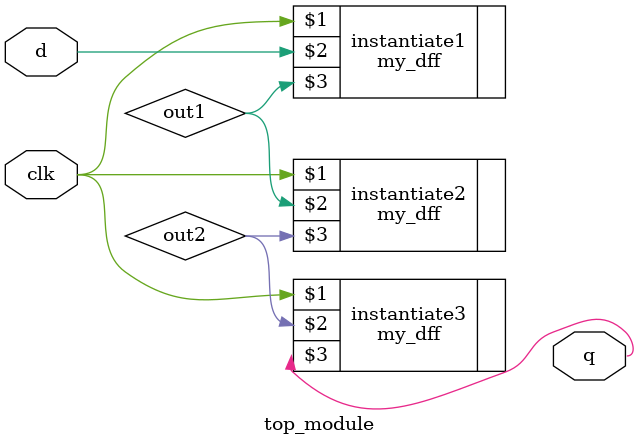
<source format=v>
module top_module(input clk,input d,output q);  
    
wire out1,out2;
    my_dff instantiate1(clk,d,out1);   
    my_dff instantiate2(clk,out1,out2);   
    my_dff instantiate3(clk,out2,q);
    
endmodule
</source>
